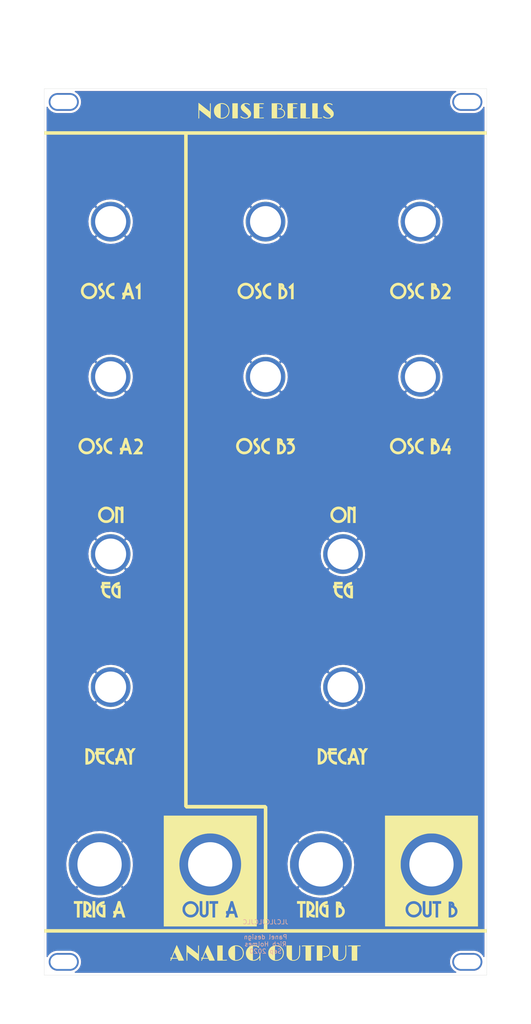
<source format=kicad_pcb>
(kicad_pcb (version 20171130) (host pcbnew 5.1.6-c6e7f7d~87~ubuntu20.04.1)
  (layers (0 F.Cu signal) (31 B.Cu signal) (34 B.Paste user) (35 F.Paste user) (36 B.SilkS user) (37 F.SilkS user) (38 B.Mask user) (39 F.Mask user) (44 Edge.Cuts user))
  (net 0 "")
  (net 1 GND)
  (module noisebells_panel:noisebells_holes (layer F.Cu) (at 100 100)
    (fp_text reference G*** hide)
    (fp_text value LOGO hide)
  )
  (module Kosmo_panel:Kosmo_Panel_Dual_Slotted_Mounting_Hole (layer F.Cu) (at 147 3 180)
    (fp_text reference REF** hide)
    (fp_text value Kosmo_Panel_Dual_Slotted_Mounting_Hole)
    (pad 1 thru_hole oval (at 1.4 -194 180) (size 6.8 4) (drill oval 6 3.2) (layers *.Cu *.Mask))
    (pad 1 thru_hole oval (at 1.4 0 180) (size 6.8 4) (drill oval 6 3.2) (layers *.Cu *.Mask))
  )
  (module Kosmo_panel:Kosmo_Panel_Dual_Slotted_Mounting_Hole (layer F.Cu) (at 53 197)
    (fp_text reference REF** hide)
    (fp_text value Kosmo_Panel_Dual_Slotted_Mounting_Hole)
    (pad 1 thru_hole oval (at 1.4 -194) (size 6.8 4) (drill oval 6 3.2) (layers *.Cu *.Mask))
    (pad 1 thru_hole oval (at 1.4 0) (size 6.8 4) (drill oval 6 3.2) (layers *.Cu *.Mask))
  )
  (module Kosmo_panel:Kosmo_Switch_Hole (layer F.Cu) (at 65 30)
    (fp_text reference REF** hide)
    (fp_text value Kosmo_Switch_Hole)
    (pad 1 thru_hole circle (at 0 0) (size 9 9) (drill 7) (layers *.Cu *.Mask) (net 1 GND))
  )
  (module Kosmo_panel:Kosmo_Switch_Hole (layer F.Cu) (at 117.5 105)
    (fp_text reference REF** hide)
    (fp_text value Kosmo_Switch_Hole)
    (pad 1 thru_hole circle (at 0 0) (size 9 9) (drill 7) (layers *.Cu *.Mask) (net 1 GND))
  )
  (module Kosmo_panel:Kosmo_Switch_Hole (layer F.Cu) (at 65 105)
    (fp_text reference REF** hide)
    (fp_text value Kosmo_Switch_Hole)
    (pad 1 thru_hole circle (at 0 0) (size 9 9) (drill 7) (layers *.Cu *.Mask) (net 1 GND))
  )
  (module Kosmo_panel:Kosmo_Pot_Hole (layer F.Cu) (at 117.5 135)
    (fp_text reference REF** hide)
    (fp_text value Kosmo_Pot_Hole)
    (pad 1 thru_hole circle (at 0 0) (size 9 9) (drill 7) (layers *.Cu *.Mask) (net 1 GND))
  )
  (module Kosmo_panel:Kosmo_Pot_Hole (layer F.Cu) (at 65 135)
    (fp_text reference REF** hide)
    (fp_text value Kosmo_Pot_Hole)
    (pad 1 thru_hole circle (at 0 0) (size 9 9) (drill 7) (layers *.Cu *.Mask) (net 1 GND))
  )
  (module Kosmo_panel:Kosmo_Pot_Hole (layer F.Cu) (at 65 65)
    (fp_text reference REF** hide)
    (fp_text value Kosmo_Pot_Hole)
    (pad 1 thru_hole circle (at 0 0) (size 9 9) (drill 7) (layers *.Cu *.Mask) (net 1 GND))
  )
  (module Kosmo_panel:Kosmo_Pot_Hole (layer F.Cu) (at 100 65)
    (fp_text reference REF** hide)
    (fp_text value Kosmo_Pot_Hole)
    (pad 1 thru_hole circle (at 0 0) (size 9 9) (drill 7) (layers *.Cu *.Mask) (net 1 GND))
  )
  (module Kosmo_panel:Kosmo_Pot_Hole (layer F.Cu) (at 135 65)
    (fp_text reference REF** hide)
    (fp_text value Kosmo_Pot_Hole)
    (pad 1 thru_hole circle (at 0 0) (size 9 9) (drill 7) (layers *.Cu *.Mask) (net 1 GND))
  )
  (module Kosmo_panel:Kosmo_Pot_Hole (layer F.Cu) (at 135 30)
    (fp_text reference REF** hide)
    (fp_text value Kosmo_Pot_Hole)
    (pad 1 thru_hole circle (at 0 0) (size 9 9) (drill 7) (layers *.Cu *.Mask) (net 1 GND))
  )
  (module Kosmo_panel:Kosmo_Pot_Hole (layer F.Cu) (at 100 30)
    (fp_text reference REF** hide)
    (fp_text value Kosmo_Pot_Hole)
    (pad 1 thru_hole circle (at 0 0) (size 9 9) (drill 7) (layers *.Cu *.Mask) (net 1 GND))
  )
  (module Kosmo_panel:Kosmo_Jack_Hole (layer F.Cu) (at 137.5 175)
    (fp_text reference REF** hide)
    (fp_text value Kosmo_Jack_Hole)
    (pad 1 thru_hole circle (at 0 0) (size 14 14) (drill 10) (layers *.Cu *.Mask) (net 1 GND))
  )
  (module Kosmo_panel:Kosmo_Jack_Hole (layer F.Cu) (at 112.5 175)
    (fp_text reference REF** hide)
    (fp_text value Kosmo_Jack_Hole)
    (pad 1 thru_hole circle (at 0 0) (size 14 14) (drill 10) (layers *.Cu *.Mask) (net 1 GND))
  )
  (module Kosmo_panel:Kosmo_Jack_Hole (layer F.Cu) (at 87.5 175)
    (fp_text reference REF** hide)
    (fp_text value Kosmo_Jack_Hole)
    (pad 1 thru_hole circle (at 0 0) (size 14 14) (drill 10) (layers *.Cu *.Mask) (net 1 GND))
  )
  (module Kosmo_panel:Kosmo_Jack_Hole (layer F.Cu) (at 62.5 175)
    (fp_text reference REF** hide)
    (fp_text value Kosmo_Jack_Hole)
    (pad 1 thru_hole circle (at 0 0) (size 14 14) (drill 10) (layers *.Cu *.Mask) (net 1 GND))
  )
  (module noisebells_panel:noisebells_art (layer F.Cu) (at 100 100)
    (fp_text reference G*** hide)
    (fp_text value LOGO hide)
  )
  (gr_text "Panel design\nRich Holmes\nSep 2020" (at 100 193) (layer B.SilkS) (effects (font (size 1 1)) (justify mirror)))
  (gr_text JLCJLCJLCJLC (at 100 188) (layer B.SilkS) (effects (font (size 1 1)) (justify mirror)))
  (gr_line (start 50 200) (end 50 0) (layer Edge.Cuts) (width 0.05))
  (gr_line (start 150 200) (end 50 200) (layer Edge.Cuts) (width 0.05))
  (gr_line (start 150 0) (end 150 200) (layer Edge.Cuts) (width 0.05))
  (gr_line (start 50 0) (end 150 0) (layer Edge.Cuts) (width 0.05))
  (zone (net 1) (net_name GND) (layer F.Cu) (connect_pads (clearance 0.508)) (min_thickness 0.254) (fill yes (arc_segments 32) (thermal_gap 0.508) (thermal_bridge_width 0.508))
    (polygon (pts (xy 160 211) (xy 40 211) (xy 40 -20) (xy 160 -20)))
  )
  (zone (net 1) (net_name GND) (layer B.Cu) (connect_pads (clearance 0.508)) (min_thickness 0.254) (fill yes (arc_segments 32) (thermal_gap 0.508) (thermal_bridge_width 0.508))
    (polygon (pts (xy 160 211) (xy 40 211) (xy 40 -20) (xy 160 -20)))
  )
)
</source>
